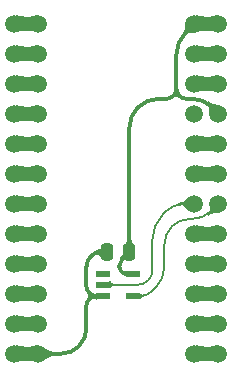
<source format=gbr>
%TF.GenerationSoftware,KiCad,Pcbnew,9.0.2*%
%TF.CreationDate,2025-06-27T08:02:56+02:00*%
%TF.ProjectId,ROM 2316 to 2716,524f4d20-3233-4313-9620-746f20323731,rev?*%
%TF.SameCoordinates,Original*%
%TF.FileFunction,Copper,L1,Top*%
%TF.FilePolarity,Positive*%
%FSLAX46Y46*%
G04 Gerber Fmt 4.6, Leading zero omitted, Abs format (unit mm)*
G04 Created by KiCad (PCBNEW 9.0.2) date 2025-06-27 08:02:56*
%MOMM*%
%LPD*%
G01*
G04 APERTURE LIST*
G04 Aperture macros list*
%AMRoundRect*
0 Rectangle with rounded corners*
0 $1 Rounding radius*
0 $2 $3 $4 $5 $6 $7 $8 $9 X,Y pos of 4 corners*
0 Add a 4 corners polygon primitive as box body*
4,1,4,$2,$3,$4,$5,$6,$7,$8,$9,$2,$3,0*
0 Add four circle primitives for the rounded corners*
1,1,$1+$1,$2,$3*
1,1,$1+$1,$4,$5*
1,1,$1+$1,$6,$7*
1,1,$1+$1,$8,$9*
0 Add four rect primitives between the rounded corners*
20,1,$1+$1,$2,$3,$4,$5,0*
20,1,$1+$1,$4,$5,$6,$7,0*
20,1,$1+$1,$6,$7,$8,$9,0*
20,1,$1+$1,$8,$9,$2,$3,0*%
G04 Aperture macros list end*
%TA.AperFunction,ComponentPad*%
%ADD10C,1.500000*%
%TD*%
%TA.AperFunction,SMDPad,CuDef*%
%ADD11R,1.250000X0.600000*%
%TD*%
%TA.AperFunction,SMDPad,CuDef*%
%ADD12RoundRect,0.250000X-0.250000X-0.475000X0.250000X-0.475000X0.250000X0.475000X-0.250000X0.475000X0*%
%TD*%
%TA.AperFunction,Conductor*%
%ADD13C,0.200000*%
%TD*%
%TA.AperFunction,Conductor*%
%ADD14C,0.350000*%
%TD*%
%TA.AperFunction,Conductor*%
%ADD15C,1.100000*%
%TD*%
G04 APERTURE END LIST*
D10*
%TO.P,J1,12,Pin_12*%
%TO.N,/D3*%
X96520000Y-91440000D03*
%TO.P,J1,11,Pin_11*%
%TO.N,/D4*%
X96520000Y-88900000D03*
%TO.P,J1,10,Pin_10*%
%TO.N,/D5*%
X96520000Y-86360000D03*
%TO.P,J1,9,Pin_9*%
%TO.N,/D6*%
X96520000Y-83820000D03*
%TO.P,J1,8,Pin_8*%
%TO.N,/D7*%
X96520000Y-81280000D03*
%TO.P,J1,7,Pin_7*%
%TO.N,/~{CS2}*%
X96520000Y-78740000D03*
%TO.P,J1,6,Pin_6*%
%TO.N,/A10*%
X96520000Y-76200000D03*
%TO.P,J1,5,Pin_5*%
%TO.N,/~{CS1}*%
X96520000Y-73660000D03*
%TO.P,J1,4,Pin_4*%
%TO.N,/~{CS3}*%
X96520000Y-71120000D03*
%TO.P,J1,3,Pin_3*%
%TO.N,/A9*%
X96520000Y-68580000D03*
%TO.P,J1,2,Pin_2*%
%TO.N,/A8*%
X96520000Y-66040000D03*
%TO.P,J1,1,Pin_1*%
%TO.N,/VCC*%
X96520000Y-63500000D03*
%TD*%
D11*
%TO.P,IC1,5,3V*%
%TO.N,/VCC*%
X91293000Y-84648000D03*
%TO.P,IC1,4,Y*%
%TO.N,Net-(IC1-Y)*%
X91293000Y-86548000D03*
%TO.P,IC1,3,GND*%
%TO.N,/GND*%
X88793000Y-86548000D03*
%TO.P,IC1,2,A*%
%TO.N,/~{CS2}*%
X88793000Y-85598000D03*
%TO.P,IC1,1,N.C.*%
%TO.N,unconnected-(IC1-N.C.-Pad1)*%
X88793000Y-84648000D03*
%TD*%
D10*
%TO.P,J3,12,Pin_12*%
%TO.N,/GND*%
X83312000Y-91440000D03*
%TO.P,J3,11,Pin_11*%
%TO.N,/D2*%
X83312000Y-88900000D03*
%TO.P,J3,10,Pin_10*%
%TO.N,/D1*%
X83312000Y-86360000D03*
%TO.P,J3,9,Pin_9*%
%TO.N,/D0*%
X83312000Y-83820000D03*
%TO.P,J3,8,Pin_8*%
%TO.N,/A0*%
X83312000Y-81280000D03*
%TO.P,J3,7,Pin_7*%
%TO.N,/A1*%
X83312000Y-78740000D03*
%TO.P,J3,6,Pin_6*%
%TO.N,/A2*%
X83312000Y-76200000D03*
%TO.P,J3,5,Pin_5*%
%TO.N,/A3*%
X83312000Y-73660000D03*
%TO.P,J3,4,Pin_4*%
%TO.N,/A4*%
X83312000Y-71120000D03*
%TO.P,J3,3,Pin_3*%
%TO.N,/A5*%
X83312000Y-68580000D03*
%TO.P,J3,2,Pin_2*%
%TO.N,/A6*%
X83312000Y-66040000D03*
%TO.P,J3,1,Pin_1*%
%TO.N,/A7*%
X83312000Y-63500000D03*
%TD*%
%TO.P,J2,12,Pin_12*%
%TO.N,/GND*%
X81280000Y-91440000D03*
%TO.P,J2,11,Pin_11*%
%TO.N,/D2*%
X81280000Y-88900000D03*
%TO.P,J2,10,Pin_10*%
%TO.N,/D1*%
X81280000Y-86360000D03*
%TO.P,J2,9,Pin_9*%
%TO.N,/D0*%
X81280000Y-83820000D03*
%TO.P,J2,8,Pin_8*%
%TO.N,/A0*%
X81280000Y-81280000D03*
%TO.P,J2,7,Pin_7*%
%TO.N,/A1*%
X81280000Y-78740000D03*
%TO.P,J2,6,Pin_6*%
%TO.N,/A2*%
X81280000Y-76200000D03*
%TO.P,J2,5,Pin_5*%
%TO.N,/A3*%
X81280000Y-73660000D03*
%TO.P,J2,4,Pin_4*%
%TO.N,/A4*%
X81280000Y-71120000D03*
%TO.P,J2,3,Pin_3*%
%TO.N,/A5*%
X81280000Y-68580000D03*
%TO.P,J2,2,Pin_2*%
%TO.N,/A6*%
X81280000Y-66040000D03*
%TO.P,J2,1,Pin_1*%
%TO.N,/A7*%
X81280000Y-63500000D03*
%TD*%
D12*
%TO.P,C1,2*%
%TO.N,/VCC*%
X91009000Y-82804000D03*
%TO.P,C1,1*%
%TO.N,/GND*%
X89109000Y-82804000D03*
%TD*%
D10*
%TO.P,J4,12,Pin_12*%
%TO.N,/D3*%
X98552000Y-91440000D03*
%TO.P,J4,11,Pin_11*%
%TO.N,/D4*%
X98552000Y-88900000D03*
%TO.P,J4,10,Pin_10*%
%TO.N,/D5*%
X98552000Y-86360000D03*
%TO.P,J4,9,Pin_9*%
%TO.N,/D6*%
X98552000Y-83820000D03*
%TO.P,J4,8,Pin_8*%
%TO.N,/D7*%
X98552000Y-81280000D03*
%TO.P,J4,7,Pin_7*%
%TO.N,Net-(IC1-Y)*%
X98552000Y-78740000D03*
%TO.P,J4,6,Pin_6*%
%TO.N,/A10*%
X98552000Y-76200000D03*
%TO.P,J4,5,Pin_5*%
%TO.N,/~{CS1}*%
X98552000Y-73660000D03*
%TO.P,J4,4,Pin_4*%
%TO.N,/VCC*%
X98552000Y-71120000D03*
%TO.P,J4,3,Pin_3*%
%TO.N,/A9*%
X98552000Y-68580000D03*
%TO.P,J4,2,Pin_2*%
%TO.N,/A8*%
X98552000Y-66040000D03*
%TO.P,J4,1,Pin_1*%
%TO.N,/VCC*%
X98552000Y-63500000D03*
%TD*%
D13*
%TO.N,/~{CS2}*%
X95631000Y-78740000D02*
G75*
G03*
X94113390Y-79368625I0J-2146200D01*
G01*
X92600575Y-85234575D02*
G75*
G02*
X91723189Y-85597996I-877375J877375D01*
G01*
X92964000Y-84357189D02*
G75*
G02*
X92600578Y-85234578I-1240800J-11D01*
G01*
X93853000Y-79629000D02*
G75*
G03*
X92964015Y-81775235I2146200J-2146200D01*
G01*
%TO.N,Net-(IC1-Y)*%
X92956517Y-86113482D02*
G75*
G02*
X91907500Y-86548009I-1049017J1048982D01*
G01*
X93980000Y-84059038D02*
G75*
G02*
X93250989Y-85818989I-2489000J38D01*
G01*
X94615000Y-80645000D02*
G75*
G03*
X93980011Y-82178025I1533000J-1533000D01*
G01*
X97917000Y-79375000D02*
G75*
G02*
X96383974Y-80009989I-1533000J1533000D01*
G01*
X96148025Y-80010000D02*
G75*
G03*
X94614992Y-80644992I-25J-2168000D01*
G01*
D14*
%TO.N,/GND*%
X87376000Y-85711005D02*
G75*
G03*
X87621152Y-86302848I837000J5D01*
G01*
X88623500Y-82804000D02*
G75*
G03*
X87794700Y-83147301I0J-1172100D01*
G01*
X87621150Y-86793150D02*
G75*
G03*
X87621150Y-86302850I-245150J245150D01*
G01*
X88212994Y-86548000D02*
G75*
G03*
X87621152Y-86793152I6J-837000D01*
G01*
X87621150Y-86302850D02*
G75*
G03*
X88212994Y-86548002I591850J591850D01*
G01*
X86741000Y-90805000D02*
G75*
G02*
X85207974Y-91439989I-1533000J1533000D01*
G01*
X87757000Y-83185000D02*
G75*
G03*
X87376006Y-84104815I919800J-919800D01*
G01*
X87621150Y-86793150D02*
G75*
G03*
X87375998Y-87384994I591850J-591850D01*
G01*
X87376000Y-89271974D02*
G75*
G02*
X86741008Y-90805008I-2168000J-26D01*
G01*
%TO.N,/VCC*%
X90170000Y-84101725D02*
G75*
G03*
X90330008Y-84487992I546300J25D01*
G01*
X94742000Y-69596000D02*
G75*
G02*
X94128789Y-69849996I-613200J613200D01*
G01*
X95758000Y-64262000D02*
G75*
G03*
X94996013Y-66101630I1839600J-1839600D01*
G01*
X90330000Y-84488000D02*
G75*
G03*
X90716274Y-84648011I386300J386300D01*
G01*
X94742000Y-69596000D02*
G75*
G03*
X94995996Y-68982789I-613200J613200D01*
G01*
X95250000Y-69596000D02*
G75*
G03*
X94742000Y-69596000I-254000J-253997D01*
G01*
X94996000Y-68982789D02*
G75*
G03*
X95249997Y-69596003I867200J-11D01*
G01*
X95250000Y-69596000D02*
G75*
G03*
X95863210Y-69849996I613200J613200D01*
G01*
X90412184Y-83400815D02*
G75*
G03*
X90170009Y-83985500I584716J-584685D01*
G01*
X97910617Y-70478617D02*
G75*
G03*
X96393000Y-69849989I-1517617J-1517583D01*
G01*
X91732499Y-70573499D02*
G75*
G03*
X91008992Y-72320183I1746701J-1746701D01*
G01*
X93472000Y-69850000D02*
G75*
G03*
X91737588Y-70568429I0J-2452800D01*
G01*
D15*
X96520000Y-63500000D02*
X98552000Y-63500000D01*
D14*
X90170000Y-84101725D02*
X90170000Y-83985500D01*
X95863210Y-69850000D02*
X96393000Y-69850000D01*
X91732499Y-70573499D02*
X91737579Y-70568420D01*
X91009000Y-82804000D02*
X90412184Y-83400815D01*
X97910617Y-70478617D02*
X98552000Y-71120000D01*
X94996000Y-66101630D02*
X94996000Y-68982789D01*
X91009000Y-82804000D02*
X91009000Y-72320183D01*
X90716274Y-84648000D02*
X91293000Y-84648000D01*
X95758000Y-64262000D02*
X96520000Y-63500000D01*
X94128789Y-69850000D02*
X93472000Y-69850000D01*
%TO.N,/GND*%
X88623500Y-82804000D02*
X89109000Y-82804000D01*
X87376000Y-85711005D02*
X87376000Y-84104815D01*
X83312000Y-91440000D02*
X85207974Y-91440000D01*
X87794699Y-83147300D02*
X87757000Y-83185000D01*
D15*
X83312000Y-91440000D02*
X81280000Y-91440000D01*
D14*
X87376000Y-87384994D02*
X87376000Y-89271974D01*
X88212994Y-86548000D02*
X88793000Y-86548000D01*
D13*
%TO.N,Net-(IC1-Y)*%
X93980000Y-84059038D02*
X93980000Y-82178025D01*
X92956517Y-86113482D02*
X93251000Y-85819000D01*
X91907500Y-86548000D02*
X91293000Y-86548000D01*
X96383974Y-80010000D02*
X96148025Y-80010000D01*
X97917000Y-79375000D02*
X98552000Y-78740000D01*
%TO.N,/~{CS2}*%
X95631000Y-78740000D02*
X96520000Y-78740000D01*
X91723189Y-85598000D02*
X88793000Y-85598000D01*
X92964000Y-84357189D02*
X92964000Y-81775235D01*
X94113382Y-79368617D02*
X93853000Y-79629000D01*
D15*
%TO.N,/A9*%
X98552000Y-68580000D02*
X96520000Y-68580000D01*
%TO.N,/A1*%
X83312000Y-78740000D02*
X81280000Y-78740000D01*
%TO.N,/A5*%
X83312000Y-68580000D02*
X81280000Y-68580000D01*
%TO.N,/A3*%
X83312000Y-73660000D02*
X81280000Y-73660000D01*
%TO.N,/A4*%
X83312000Y-71120000D02*
X81280000Y-71120000D01*
%TO.N,/D0*%
X81280000Y-83820000D02*
X83312000Y-83820000D01*
%TO.N,/~{CS1}*%
X96520000Y-73660000D02*
X98552000Y-73660000D01*
%TO.N,/D4*%
X96520001Y-88900000D02*
X98552001Y-88900000D01*
%TO.N,/D3*%
X96520000Y-91440000D02*
X98552000Y-91440000D01*
%TO.N,/A2*%
X83312000Y-76200000D02*
X81280000Y-76200000D01*
%TO.N,/A7*%
X81280000Y-63500000D02*
X83312000Y-63500000D01*
%TO.N,/D1*%
X83312000Y-86360000D02*
X81280000Y-86360000D01*
%TO.N,/D6*%
X98552000Y-83820000D02*
X96520000Y-83820000D01*
%TO.N,/A8*%
X96520001Y-66040000D02*
X98552001Y-66040000D01*
%TO.N,/A10*%
X98552000Y-76199999D02*
X96520000Y-76199999D01*
%TO.N,/A0*%
X81280000Y-81280000D02*
X83312000Y-81280000D01*
%TO.N,/D2*%
X83312000Y-88900000D02*
X81280000Y-88900000D01*
%TO.N,/D7*%
X98552000Y-81280000D02*
X96520000Y-81280000D01*
%TO.N,/D5*%
X98552000Y-86360000D02*
X96520000Y-86360000D01*
%TO.N,/A6*%
X81280000Y-66040000D02*
X83312000Y-66040000D01*
%TD*%
%TA.AperFunction,Conductor*%
%TO.N,Net-(IC1-Y)*%
G36*
X91919013Y-86260489D02*
G01*
X91920067Y-86264054D01*
X91923027Y-86287050D01*
X91940278Y-86325201D01*
X91940279Y-86325203D01*
X91967354Y-86355740D01*
X91967357Y-86355741D01*
X91967358Y-86355743D01*
X92018628Y-86387799D01*
X92077397Y-86407481D01*
X92077401Y-86407481D01*
X92077402Y-86407482D01*
X92103462Y-86411365D01*
X92144763Y-86417520D01*
X92189848Y-86417017D01*
X92198157Y-86420351D01*
X92201533Y-86426886D01*
X92229353Y-86602531D01*
X92227263Y-86611238D01*
X92219627Y-86615917D01*
X92219281Y-86615967D01*
X92218243Y-86616099D01*
X92216501Y-86616322D01*
X92216498Y-86616322D01*
X92216496Y-86616323D01*
X92087592Y-86650462D01*
X92087582Y-86650466D01*
X91990628Y-86702020D01*
X91990626Y-86702022D01*
X91936175Y-86760348D01*
X91936173Y-86760351D01*
X91921609Y-86813220D01*
X91916108Y-86820286D01*
X91907222Y-86821393D01*
X91905578Y-86820805D01*
X91315165Y-86558444D01*
X91308996Y-86551953D01*
X91309224Y-86543001D01*
X91314856Y-86537202D01*
X91903405Y-86254997D01*
X91912346Y-86254511D01*
X91919013Y-86260489D01*
G37*
%TD.AperFunction*%
%TD*%
%TA.AperFunction,Conductor*%
%TO.N,/GND*%
G36*
X88623828Y-82371003D02*
G01*
X89101265Y-82795871D01*
X89105167Y-82803931D01*
X89102330Y-82812273D01*
X88641872Y-83343704D01*
X88633864Y-83347712D01*
X88625367Y-83344885D01*
X88621491Y-83337982D01*
X88609514Y-83266642D01*
X88586694Y-83215660D01*
X88586692Y-83215657D01*
X88586691Y-83215655D01*
X88556006Y-83173254D01*
X88556005Y-83173253D01*
X88534754Y-83154156D01*
X88511110Y-83132906D01*
X88472888Y-83110548D01*
X88459901Y-83102951D01*
X88459899Y-83102950D01*
X88459897Y-83102949D01*
X88391352Y-83078591D01*
X88391349Y-83078590D01*
X88391348Y-83078590D01*
X88365376Y-83074123D01*
X88322431Y-83066737D01*
X88322428Y-83066737D01*
X88322425Y-83066736D01*
X88210792Y-83072392D01*
X88202356Y-83069388D01*
X88199775Y-83066019D01*
X88070485Y-82812273D01*
X88051022Y-82774076D01*
X88050321Y-82765150D01*
X88056136Y-82758340D01*
X88058655Y-82757403D01*
X88070025Y-82754611D01*
X88267172Y-82688017D01*
X88427673Y-82605796D01*
X88532806Y-82522177D01*
X88590361Y-82440511D01*
X88604636Y-82377170D01*
X88609798Y-82369853D01*
X88618622Y-82368329D01*
X88623828Y-82371003D01*
G37*
%TD.AperFunction*%
%TD*%
%TA.AperFunction,Conductor*%
%TO.N,/GND*%
G36*
X88179365Y-86300362D02*
G01*
X88769287Y-86537706D01*
X88775682Y-86543972D01*
X88775773Y-86552926D01*
X88769981Y-86559107D01*
X88182493Y-86841044D01*
X88173552Y-86841534D01*
X88166883Y-86835558D01*
X88165837Y-86832069D01*
X88162325Y-86806194D01*
X88162323Y-86806190D01*
X88146771Y-86778075D01*
X88146769Y-86778073D01*
X88146768Y-86778072D01*
X88123549Y-86761460D01*
X88123545Y-86761458D01*
X88094861Y-86754155D01*
X88094858Y-86754155D01*
X88029946Y-86758727D01*
X88029942Y-86758727D01*
X88029941Y-86758728D01*
X87969676Y-86774286D01*
X87969654Y-86774292D01*
X87969639Y-86774296D01*
X87955156Y-86778334D01*
X87946266Y-86777255D01*
X87941206Y-86771542D01*
X87816761Y-86471113D01*
X87816761Y-86462160D01*
X87823093Y-86455828D01*
X87825433Y-86455133D01*
X87883078Y-86444463D01*
X87989083Y-86424706D01*
X88095011Y-86389699D01*
X88149741Y-86348164D01*
X88163963Y-86307368D01*
X88169921Y-86300686D01*
X88178861Y-86300173D01*
X88179365Y-86300362D01*
G37*
%TD.AperFunction*%
%TD*%
%TA.AperFunction,Conductor*%
%TO.N,/GND*%
G36*
X88182692Y-86255050D02*
G01*
X88769981Y-86536892D01*
X88775957Y-86543561D01*
X88775467Y-86552502D01*
X88769286Y-86558294D01*
X88180883Y-86795027D01*
X88171929Y-86794936D01*
X88165662Y-86788540D01*
X88165078Y-86786635D01*
X88160505Y-86765387D01*
X88139759Y-86736731D01*
X88068945Y-86694861D01*
X87976444Y-86668502D01*
X87976437Y-86668500D01*
X87976431Y-86668499D01*
X87883079Y-86651539D01*
X87825440Y-86640869D01*
X87817929Y-86635993D01*
X87816065Y-86627234D01*
X87816759Y-86624892D01*
X87941204Y-86324458D01*
X87947535Y-86318128D01*
X87955155Y-86317667D01*
X87958992Y-86318736D01*
X87969673Y-86321715D01*
X88041463Y-86339361D01*
X88108806Y-86339452D01*
X88150216Y-86313756D01*
X88163277Y-86286623D01*
X88166021Y-86264176D01*
X88170426Y-86256384D01*
X88179054Y-86253986D01*
X88182692Y-86255050D01*
G37*
%TD.AperFunction*%
%TD*%
%TA.AperFunction,Conductor*%
%TO.N,/VCC*%
G36*
X90682783Y-84355098D02*
G01*
X90757312Y-84390882D01*
X91268843Y-84636486D01*
X91274818Y-84643155D01*
X91274326Y-84652096D01*
X91267793Y-84658022D01*
X90680498Y-84872531D01*
X90671551Y-84872150D01*
X90665494Y-84865555D01*
X90665071Y-84864116D01*
X90661101Y-84846519D01*
X90661099Y-84846515D01*
X90641918Y-84819976D01*
X90575791Y-84777220D01*
X90575789Y-84777219D01*
X90487783Y-84745266D01*
X90396157Y-84720578D01*
X90395998Y-84720534D01*
X90317162Y-84698095D01*
X90310143Y-84692534D01*
X90309112Y-84683639D01*
X90310233Y-84680992D01*
X90472510Y-84399928D01*
X90479614Y-84394478D01*
X90487311Y-84395051D01*
X90495131Y-84398454D01*
X90501101Y-84401053D01*
X90518227Y-84408178D01*
X90552474Y-84422428D01*
X90552476Y-84422428D01*
X90552480Y-84422430D01*
X90582559Y-84427593D01*
X90612636Y-84432756D01*
X90612636Y-84432755D01*
X90612639Y-84432756D01*
X90650411Y-84414316D01*
X90663301Y-84388262D01*
X90666099Y-84364286D01*
X90670460Y-84356469D01*
X90679075Y-84354024D01*
X90682783Y-84355098D01*
G37*
%TD.AperFunction*%
%TD*%
%TA.AperFunction,Conductor*%
%TO.N,/VCC*%
G36*
X96677806Y-62766883D02*
G01*
X97071258Y-62851554D01*
X97194619Y-62879227D01*
X97484154Y-62928929D01*
X97484153Y-62928929D01*
X97511622Y-62930921D01*
X97703904Y-62944866D01*
X97994088Y-62949804D01*
X98002302Y-62953371D01*
X98005589Y-62961502D01*
X98005589Y-64038509D01*
X98002162Y-64046782D01*
X97994100Y-64050207D01*
X97690931Y-64055685D01*
X97464354Y-64073366D01*
X97464343Y-64073368D01*
X97274863Y-64103969D01*
X97274801Y-64103981D01*
X97071289Y-64148439D01*
X97071253Y-64148447D01*
X96677920Y-64233092D01*
X96669112Y-64231483D01*
X96664021Y-64224115D01*
X96663987Y-64223952D01*
X96648865Y-64148447D01*
X96519460Y-63502296D01*
X96519460Y-63497702D01*
X96626846Y-62961502D01*
X96663987Y-62776045D01*
X96668972Y-62768608D01*
X96677757Y-62766873D01*
X96677806Y-62766883D01*
G37*
%TD.AperFunction*%
%TD*%
%TA.AperFunction,Conductor*%
%TO.N,/VCC*%
G36*
X98402887Y-62768516D02*
G01*
X98407978Y-62775883D01*
X98408012Y-62776047D01*
X98552539Y-63497702D01*
X98552539Y-63502298D01*
X98408012Y-64223952D01*
X98403027Y-64231391D01*
X98394242Y-64233126D01*
X98394079Y-64233092D01*
X98000793Y-64148457D01*
X98000693Y-64148435D01*
X97877391Y-64120774D01*
X97587847Y-64071070D01*
X97587849Y-64071070D01*
X97368090Y-64055133D01*
X97077912Y-64050195D01*
X97069698Y-64046628D01*
X97066411Y-64038497D01*
X97066411Y-62961490D01*
X97069838Y-62953217D01*
X97077899Y-62949792D01*
X97381079Y-62944314D01*
X97607636Y-62926634D01*
X97797163Y-62896026D01*
X98000706Y-62851561D01*
X98000743Y-62851568D01*
X98000740Y-62851554D01*
X98000741Y-62851554D01*
X98394080Y-62766907D01*
X98402887Y-62768516D01*
G37*
%TD.AperFunction*%
%TD*%
%TA.AperFunction,Conductor*%
%TO.N,/VCC*%
G36*
X90523380Y-82611081D02*
G01*
X91002023Y-82800170D01*
X91008458Y-82806397D01*
X91009424Y-82810989D01*
X91013205Y-83511718D01*
X91009823Y-83520009D01*
X91001568Y-83523481D01*
X90997218Y-83522667D01*
X90962185Y-83508870D01*
X90962177Y-83508867D01*
X90890622Y-83491189D01*
X90890624Y-83491189D01*
X90820899Y-83484994D01*
X90744388Y-83490120D01*
X90744380Y-83490121D01*
X90672318Y-83506194D01*
X90672310Y-83506196D01*
X90596397Y-83535371D01*
X90596393Y-83535373D01*
X90529404Y-83572865D01*
X90529399Y-83572868D01*
X90471900Y-83616331D01*
X90432711Y-83655953D01*
X90424457Y-83659425D01*
X90419916Y-83658534D01*
X90118008Y-83533483D01*
X90111676Y-83527151D01*
X90111676Y-83518197D01*
X90113248Y-83515492D01*
X90189569Y-83417381D01*
X90332057Y-83192852D01*
X90433844Y-82974834D01*
X90491499Y-82778185D01*
X90507441Y-82620782D01*
X90511684Y-82612898D01*
X90520260Y-82610323D01*
X90523380Y-82611081D01*
G37*
%TD.AperFunction*%
%TD*%
%TA.AperFunction,Conductor*%
%TO.N,/VCC*%
G36*
X97684342Y-70063420D02*
G01*
X97904621Y-70182932D01*
X98077035Y-70256366D01*
X98233330Y-70299306D01*
X98415261Y-70332770D01*
X98686638Y-70382280D01*
X98694162Y-70387136D01*
X98696048Y-70395890D01*
X98696016Y-70396058D01*
X98554384Y-71112813D01*
X98549418Y-71120265D01*
X98545178Y-71122022D01*
X97828677Y-71263889D01*
X97819896Y-71262134D01*
X97814928Y-71254684D01*
X97814804Y-71253932D01*
X97789898Y-71061911D01*
X97789807Y-71060740D01*
X97785022Y-70890462D01*
X97784365Y-70829997D01*
X97771852Y-70683347D01*
X97733982Y-70574745D01*
X97700524Y-70523492D01*
X97700523Y-70523490D01*
X97700519Y-70523485D01*
X97654729Y-70473129D01*
X97654727Y-70473127D01*
X97587163Y-70417483D01*
X97587159Y-70417480D01*
X97587154Y-70417476D01*
X97539894Y-70387136D01*
X97508721Y-70367123D01*
X97503611Y-70359769D01*
X97504910Y-70351427D01*
X97515682Y-70332770D01*
X97668633Y-70067853D01*
X97675735Y-70062404D01*
X97684342Y-70063420D01*
G37*
%TD.AperFunction*%
%TD*%
%TA.AperFunction,Conductor*%
%TO.N,/VCC*%
G36*
X91180757Y-81582427D02*
G01*
X91184182Y-81590513D01*
X91184405Y-81604542D01*
X91193265Y-81679746D01*
X91207376Y-81799527D01*
X91257042Y-81972424D01*
X91257044Y-81972430D01*
X91257046Y-81972436D01*
X91323334Y-82100279D01*
X91400974Y-82185221D01*
X91477333Y-82226498D01*
X91482980Y-82233445D01*
X91482061Y-82242353D01*
X91480721Y-82244321D01*
X91017953Y-82794358D01*
X91010004Y-82798483D01*
X91001468Y-82795779D01*
X91000047Y-82794358D01*
X90538561Y-82245846D01*
X90535857Y-82237310D01*
X90539982Y-82229361D01*
X90543274Y-82227410D01*
X90557915Y-82221726D01*
X90609392Y-82191086D01*
X90654533Y-82150510D01*
X90702905Y-82087904D01*
X90742475Y-82015629D01*
X90782898Y-81909586D01*
X90810443Y-81800432D01*
X90828555Y-81679746D01*
X90833402Y-81590069D01*
X90837270Y-81581992D01*
X90845085Y-81579000D01*
X91172484Y-81579000D01*
X91180757Y-81582427D01*
G37*
%TD.AperFunction*%
%TD*%
%TA.AperFunction,Conductor*%
%TO.N,/VCC*%
G36*
X95796510Y-63356073D02*
G01*
X96512934Y-63497699D01*
X96520386Y-63502665D01*
X96522143Y-63506906D01*
X96663858Y-64223159D01*
X96662102Y-64231940D01*
X96654651Y-64236908D01*
X96653732Y-64237052D01*
X96458865Y-64259717D01*
X96457376Y-64259794D01*
X96290683Y-64257836D01*
X96290683Y-64257837D01*
X96171969Y-64257084D01*
X96149717Y-64256943D01*
X96149716Y-64256943D01*
X96149711Y-64256943D01*
X96034998Y-64279436D01*
X95980288Y-64304285D01*
X95980282Y-64304289D01*
X95924518Y-64341243D01*
X95860759Y-64398360D01*
X95800236Y-64467261D01*
X95792202Y-64471215D01*
X95784151Y-64468686D01*
X95782364Y-64467261D01*
X95527860Y-64264301D01*
X95523530Y-64256465D01*
X95525597Y-64248409D01*
X95636225Y-64091729D01*
X95699838Y-63957005D01*
X95728567Y-63833086D01*
X95740907Y-63699808D01*
X95747511Y-63614058D01*
X95747587Y-63613359D01*
X95782676Y-63365910D01*
X95787230Y-63358202D01*
X95795903Y-63355971D01*
X95796510Y-63356073D01*
G37*
%TD.AperFunction*%
%TD*%
%TA.AperFunction,Conductor*%
%TO.N,/GND*%
G36*
X83738217Y-90823179D02*
G01*
X83738481Y-90823361D01*
X83989374Y-91001567D01*
X83989385Y-91001585D01*
X83989390Y-91001579D01*
X84147076Y-91113990D01*
X84297257Y-91194857D01*
X84380744Y-91223330D01*
X84441002Y-91236470D01*
X84476294Y-91244166D01*
X84476295Y-91244166D01*
X84476304Y-91244168D01*
X84619087Y-91259896D01*
X84786225Y-91264675D01*
X84794395Y-91268336D01*
X84797589Y-91276369D01*
X84797589Y-91603904D01*
X84794162Y-91612177D01*
X84786509Y-91615588D01*
X84516146Y-91629935D01*
X84409811Y-91649176D01*
X84409802Y-91649178D01*
X84318648Y-91676775D01*
X84318642Y-91676777D01*
X84318640Y-91676778D01*
X84236824Y-91713120D01*
X84236822Y-91713120D01*
X84236820Y-91713122D01*
X84158555Y-91758584D01*
X84158545Y-91758591D01*
X83989393Y-91878416D01*
X83989394Y-91878417D01*
X83738481Y-92056638D01*
X83729752Y-92058635D01*
X83722167Y-92053874D01*
X83722003Y-92053636D01*
X83315359Y-91446508D01*
X83313603Y-91437730D01*
X83315358Y-91433492D01*
X83721987Y-90826387D01*
X83729436Y-90821422D01*
X83738217Y-90823179D01*
G37*
%TD.AperFunction*%
%TD*%
%TA.AperFunction,Conductor*%
%TO.N,/GND*%
G36*
X81437806Y-90706883D02*
G01*
X81831258Y-90791554D01*
X81954619Y-90819227D01*
X82244154Y-90868929D01*
X82244153Y-90868929D01*
X82271622Y-90870921D01*
X82463904Y-90884866D01*
X82754088Y-90889804D01*
X82762302Y-90893371D01*
X82765589Y-90901502D01*
X82765589Y-91978509D01*
X82762162Y-91986782D01*
X82754100Y-91990207D01*
X82450931Y-91995685D01*
X82224354Y-92013366D01*
X82224343Y-92013368D01*
X82034863Y-92043969D01*
X82034801Y-92043981D01*
X81831289Y-92088439D01*
X81831253Y-92088447D01*
X81437920Y-92173092D01*
X81429112Y-92171483D01*
X81424021Y-92164115D01*
X81423987Y-92163952D01*
X81408865Y-92088447D01*
X81279460Y-91442296D01*
X81279460Y-91437702D01*
X81386846Y-90901502D01*
X81423987Y-90716045D01*
X81428972Y-90708608D01*
X81437757Y-90706873D01*
X81437806Y-90706883D01*
G37*
%TD.AperFunction*%
%TD*%
%TA.AperFunction,Conductor*%
%TO.N,/GND*%
G36*
X83162887Y-90708516D02*
G01*
X83167978Y-90715883D01*
X83168012Y-90716047D01*
X83312539Y-91437702D01*
X83312539Y-91442298D01*
X83168012Y-92163952D01*
X83163027Y-92171391D01*
X83154242Y-92173126D01*
X83154079Y-92173092D01*
X82760793Y-92088457D01*
X82760693Y-92088435D01*
X82637391Y-92060774D01*
X82347847Y-92011070D01*
X82347849Y-92011070D01*
X82128090Y-91995133D01*
X81837912Y-91990195D01*
X81829698Y-91986628D01*
X81826411Y-91978497D01*
X81826411Y-90901490D01*
X81829838Y-90893217D01*
X81837899Y-90889792D01*
X82141079Y-90884314D01*
X82367636Y-90866634D01*
X82557163Y-90836026D01*
X82760706Y-90791561D01*
X82760743Y-90791568D01*
X82760740Y-90791554D01*
X82760741Y-90791554D01*
X83154080Y-90706907D01*
X83162887Y-90708516D01*
G37*
%TD.AperFunction*%
%TD*%
%TA.AperFunction,Conductor*%
%TO.N,Net-(IC1-Y)*%
G36*
X97828842Y-78596143D02*
G01*
X98545179Y-78737979D01*
X98552628Y-78742946D01*
X98554384Y-78747187D01*
X98695964Y-79463676D01*
X98694206Y-79472456D01*
X98686754Y-79477422D01*
X98686325Y-79477498D01*
X98460415Y-79513463D01*
X98459643Y-79513560D01*
X98280077Y-79530002D01*
X98087873Y-79550784D01*
X98087864Y-79550785D01*
X98000492Y-79570424D01*
X98000487Y-79570425D01*
X97905336Y-79602012D01*
X97905328Y-79602015D01*
X97784588Y-79655413D01*
X97784575Y-79655419D01*
X97649561Y-79728129D01*
X97640652Y-79729035D01*
X97633881Y-79723678D01*
X97545092Y-79569890D01*
X97543924Y-79561012D01*
X97548817Y-79554251D01*
X97632651Y-79499374D01*
X97701640Y-79438629D01*
X97749910Y-79377103D01*
X97780842Y-79313829D01*
X97797820Y-79247835D01*
X97804224Y-79178152D01*
X97798844Y-79023842D01*
X97792691Y-78799518D01*
X97792764Y-78797874D01*
X97814952Y-78606273D01*
X97819307Y-78598451D01*
X97827920Y-78595999D01*
X97828842Y-78596143D01*
G37*
%TD.AperFunction*%
%TD*%
%TA.AperFunction,Conductor*%
%TO.N,/~{CS2}*%
G36*
X96109830Y-78126136D02*
G01*
X96110152Y-78126592D01*
X96516603Y-78733232D01*
X96518361Y-78742012D01*
X96516605Y-78746253D01*
X96110137Y-79353420D01*
X96102687Y-79358388D01*
X96093906Y-79356633D01*
X96093465Y-79356323D01*
X96004279Y-79290465D01*
X96003480Y-79289819D01*
X95920795Y-79216725D01*
X95920059Y-79216015D01*
X95876932Y-79170595D01*
X95786929Y-79075807D01*
X95786847Y-79075718D01*
X95727834Y-79011103D01*
X95727823Y-79011093D01*
X95727816Y-79011086D01*
X95625131Y-78918657D01*
X95625127Y-78918654D01*
X95524835Y-78868417D01*
X95524833Y-78868416D01*
X95466032Y-78855566D01*
X95466026Y-78855565D01*
X95466023Y-78855565D01*
X95399138Y-78852010D01*
X95399137Y-78852010D01*
X95399136Y-78852010D01*
X95314414Y-78859883D01*
X95314404Y-78859884D01*
X95226679Y-78878876D01*
X95217868Y-78877277D01*
X95212902Y-78870470D01*
X95166919Y-78698855D01*
X95168088Y-78689979D01*
X95174689Y-78684675D01*
X95382874Y-78618804D01*
X95537111Y-78547257D01*
X95655276Y-78468155D01*
X95765909Y-78376244D01*
X95857875Y-78298408D01*
X95858438Y-78297963D01*
X96093466Y-78123705D01*
X96102150Y-78121531D01*
X96109830Y-78126136D01*
G37*
%TD.AperFunction*%
%TD*%
%TA.AperFunction,Conductor*%
%TO.N,/~{CS2}*%
G36*
X89419033Y-85310479D02*
G01*
X89420084Y-85314025D01*
X89423048Y-85336807D01*
X89423049Y-85336813D01*
X89428758Y-85349574D01*
X89441262Y-85377523D01*
X89470153Y-85411530D01*
X89524689Y-85449401D01*
X89524693Y-85449403D01*
X89587411Y-85475564D01*
X89587416Y-85475566D01*
X89658663Y-85492696D01*
X89707342Y-85497047D01*
X89715277Y-85501197D01*
X89718000Y-85508701D01*
X89718000Y-85686756D01*
X89714573Y-85695029D01*
X89706766Y-85698447D01*
X89695331Y-85698902D01*
X89695329Y-85698902D01*
X89577908Y-85723623D01*
X89488384Y-85769372D01*
X89488383Y-85769373D01*
X89436134Y-85827042D01*
X89421531Y-85884182D01*
X89416162Y-85891349D01*
X89407298Y-85892621D01*
X89405139Y-85891836D01*
X88814016Y-85608551D01*
X88808036Y-85601885D01*
X88808521Y-85592944D01*
X88814016Y-85587449D01*
X88978337Y-85508701D01*
X89403426Y-85304983D01*
X89412367Y-85304499D01*
X89419033Y-85310479D01*
G37*
%TD.AperFunction*%
%TD*%
%TA.AperFunction,Conductor*%
%TO.N,/A9*%
G36*
X96677806Y-67846883D02*
G01*
X97071258Y-67931554D01*
X97194619Y-67959227D01*
X97484154Y-68008929D01*
X97484153Y-68008929D01*
X97511622Y-68010921D01*
X97703904Y-68024866D01*
X97994088Y-68029804D01*
X98002302Y-68033371D01*
X98005589Y-68041502D01*
X98005589Y-69118509D01*
X98002162Y-69126782D01*
X97994100Y-69130207D01*
X97690931Y-69135685D01*
X97464354Y-69153366D01*
X97464343Y-69153368D01*
X97274863Y-69183969D01*
X97274801Y-69183981D01*
X97071289Y-69228439D01*
X97071253Y-69228447D01*
X96677920Y-69313092D01*
X96669112Y-69311483D01*
X96664021Y-69304115D01*
X96663987Y-69303952D01*
X96648865Y-69228447D01*
X96519460Y-68582296D01*
X96519460Y-68577702D01*
X96626846Y-68041502D01*
X96663987Y-67856045D01*
X96668972Y-67848608D01*
X96677757Y-67846873D01*
X96677806Y-67846883D01*
G37*
%TD.AperFunction*%
%TD*%
%TA.AperFunction,Conductor*%
%TO.N,/A9*%
G36*
X98402887Y-67848516D02*
G01*
X98407978Y-67855883D01*
X98408012Y-67856047D01*
X98552539Y-68577702D01*
X98552539Y-68582298D01*
X98408012Y-69303952D01*
X98403027Y-69311391D01*
X98394242Y-69313126D01*
X98394079Y-69313092D01*
X98000793Y-69228457D01*
X98000693Y-69228435D01*
X97877391Y-69200774D01*
X97587847Y-69151070D01*
X97587849Y-69151070D01*
X97368090Y-69135133D01*
X97077912Y-69130195D01*
X97069698Y-69126628D01*
X97066411Y-69118497D01*
X97066411Y-68041490D01*
X97069838Y-68033217D01*
X97077899Y-68029792D01*
X97381079Y-68024314D01*
X97607636Y-68006634D01*
X97797163Y-67976026D01*
X98000706Y-67931561D01*
X98000743Y-67931568D01*
X98000740Y-67931554D01*
X98000741Y-67931554D01*
X98394080Y-67846907D01*
X98402887Y-67848516D01*
G37*
%TD.AperFunction*%
%TD*%
%TA.AperFunction,Conductor*%
%TO.N,/A1*%
G36*
X83162887Y-78008516D02*
G01*
X83167978Y-78015883D01*
X83168012Y-78016047D01*
X83312539Y-78737702D01*
X83312539Y-78742298D01*
X83168012Y-79463952D01*
X83163027Y-79471391D01*
X83154242Y-79473126D01*
X83154079Y-79473092D01*
X82760793Y-79388457D01*
X82760693Y-79388435D01*
X82637391Y-79360774D01*
X82347847Y-79311070D01*
X82347849Y-79311070D01*
X82128090Y-79295133D01*
X81837912Y-79290195D01*
X81829698Y-79286628D01*
X81826411Y-79278497D01*
X81826411Y-78201490D01*
X81829838Y-78193217D01*
X81837899Y-78189792D01*
X82141079Y-78184314D01*
X82367636Y-78166634D01*
X82557163Y-78136026D01*
X82760706Y-78091561D01*
X82760743Y-78091568D01*
X82760740Y-78091554D01*
X82760741Y-78091554D01*
X83154080Y-78006907D01*
X83162887Y-78008516D01*
G37*
%TD.AperFunction*%
%TD*%
%TA.AperFunction,Conductor*%
%TO.N,/A1*%
G36*
X81437806Y-78006883D02*
G01*
X81831258Y-78091554D01*
X81954619Y-78119227D01*
X82244154Y-78168929D01*
X82244153Y-78168929D01*
X82271622Y-78170921D01*
X82463904Y-78184866D01*
X82754088Y-78189804D01*
X82762302Y-78193371D01*
X82765589Y-78201502D01*
X82765589Y-79278509D01*
X82762162Y-79286782D01*
X82754100Y-79290207D01*
X82450931Y-79295685D01*
X82224354Y-79313366D01*
X82224343Y-79313368D01*
X82034863Y-79343969D01*
X82034801Y-79343981D01*
X81831289Y-79388439D01*
X81831253Y-79388447D01*
X81437920Y-79473092D01*
X81429112Y-79471483D01*
X81424021Y-79464115D01*
X81423987Y-79463952D01*
X81408865Y-79388447D01*
X81279460Y-78742296D01*
X81279460Y-78737702D01*
X81386846Y-78201502D01*
X81423987Y-78016045D01*
X81428972Y-78008608D01*
X81437757Y-78006873D01*
X81437806Y-78006883D01*
G37*
%TD.AperFunction*%
%TD*%
%TA.AperFunction,Conductor*%
%TO.N,/A5*%
G36*
X83162887Y-67848516D02*
G01*
X83167978Y-67855883D01*
X83168012Y-67856047D01*
X83312539Y-68577702D01*
X83312539Y-68582298D01*
X83168012Y-69303952D01*
X83163027Y-69311391D01*
X83154242Y-69313126D01*
X83154079Y-69313092D01*
X82760793Y-69228457D01*
X82760693Y-69228435D01*
X82637391Y-69200774D01*
X82347847Y-69151070D01*
X82347849Y-69151070D01*
X82128090Y-69135133D01*
X81837912Y-69130195D01*
X81829698Y-69126628D01*
X81826411Y-69118497D01*
X81826411Y-68041490D01*
X81829838Y-68033217D01*
X81837899Y-68029792D01*
X82141079Y-68024314D01*
X82367636Y-68006634D01*
X82557163Y-67976026D01*
X82760706Y-67931561D01*
X82760743Y-67931568D01*
X82760740Y-67931554D01*
X82760741Y-67931554D01*
X83154080Y-67846907D01*
X83162887Y-67848516D01*
G37*
%TD.AperFunction*%
%TD*%
%TA.AperFunction,Conductor*%
%TO.N,/A5*%
G36*
X81437806Y-67846883D02*
G01*
X81831258Y-67931554D01*
X81954619Y-67959227D01*
X82244154Y-68008929D01*
X82244153Y-68008929D01*
X82271622Y-68010921D01*
X82463904Y-68024866D01*
X82754088Y-68029804D01*
X82762302Y-68033371D01*
X82765589Y-68041502D01*
X82765589Y-69118509D01*
X82762162Y-69126782D01*
X82754100Y-69130207D01*
X82450931Y-69135685D01*
X82224354Y-69153366D01*
X82224343Y-69153368D01*
X82034863Y-69183969D01*
X82034801Y-69183981D01*
X81831289Y-69228439D01*
X81831253Y-69228447D01*
X81437920Y-69313092D01*
X81429112Y-69311483D01*
X81424021Y-69304115D01*
X81423987Y-69303952D01*
X81408865Y-69228447D01*
X81279460Y-68582296D01*
X81279460Y-68577702D01*
X81386846Y-68041502D01*
X81423987Y-67856045D01*
X81428972Y-67848608D01*
X81437757Y-67846873D01*
X81437806Y-67846883D01*
G37*
%TD.AperFunction*%
%TD*%
%TA.AperFunction,Conductor*%
%TO.N,/A3*%
G36*
X83162887Y-72928516D02*
G01*
X83167978Y-72935883D01*
X83168012Y-72936047D01*
X83312539Y-73657702D01*
X83312539Y-73662298D01*
X83168012Y-74383952D01*
X83163027Y-74391391D01*
X83154242Y-74393126D01*
X83154079Y-74393092D01*
X82760793Y-74308457D01*
X82760693Y-74308435D01*
X82637391Y-74280774D01*
X82347847Y-74231070D01*
X82347849Y-74231070D01*
X82128090Y-74215133D01*
X81837912Y-74210195D01*
X81829698Y-74206628D01*
X81826411Y-74198497D01*
X81826411Y-73121490D01*
X81829838Y-73113217D01*
X81837899Y-73109792D01*
X82141079Y-73104314D01*
X82367636Y-73086634D01*
X82557163Y-73056026D01*
X82760706Y-73011561D01*
X82760743Y-73011568D01*
X82760740Y-73011554D01*
X82760741Y-73011554D01*
X83154080Y-72926907D01*
X83162887Y-72928516D01*
G37*
%TD.AperFunction*%
%TD*%
%TA.AperFunction,Conductor*%
%TO.N,/A3*%
G36*
X81437806Y-72926883D02*
G01*
X81831258Y-73011554D01*
X81954619Y-73039227D01*
X82244154Y-73088929D01*
X82244153Y-73088929D01*
X82271622Y-73090921D01*
X82463904Y-73104866D01*
X82754088Y-73109804D01*
X82762302Y-73113371D01*
X82765589Y-73121502D01*
X82765589Y-74198509D01*
X82762162Y-74206782D01*
X82754100Y-74210207D01*
X82450931Y-74215685D01*
X82224354Y-74233366D01*
X82224343Y-74233368D01*
X82034863Y-74263969D01*
X82034801Y-74263981D01*
X81831289Y-74308439D01*
X81831253Y-74308447D01*
X81437920Y-74393092D01*
X81429112Y-74391483D01*
X81424021Y-74384115D01*
X81423987Y-74383952D01*
X81408865Y-74308447D01*
X81279460Y-73662296D01*
X81279460Y-73657702D01*
X81386846Y-73121502D01*
X81423987Y-72936045D01*
X81428972Y-72928608D01*
X81437757Y-72926873D01*
X81437806Y-72926883D01*
G37*
%TD.AperFunction*%
%TD*%
%TA.AperFunction,Conductor*%
%TO.N,/A4*%
G36*
X83162887Y-70388516D02*
G01*
X83167978Y-70395883D01*
X83168012Y-70396047D01*
X83312539Y-71117702D01*
X83312539Y-71122298D01*
X83168012Y-71843952D01*
X83163027Y-71851391D01*
X83154242Y-71853126D01*
X83154079Y-71853092D01*
X82760793Y-71768457D01*
X82760693Y-71768435D01*
X82637391Y-71740774D01*
X82347847Y-71691070D01*
X82347849Y-71691070D01*
X82128090Y-71675133D01*
X81837912Y-71670195D01*
X81829698Y-71666628D01*
X81826411Y-71658497D01*
X81826411Y-70581490D01*
X81829838Y-70573217D01*
X81837899Y-70569792D01*
X82141079Y-70564314D01*
X82367636Y-70546634D01*
X82557163Y-70516026D01*
X82760706Y-70471561D01*
X82760743Y-70471568D01*
X82760740Y-70471554D01*
X82760741Y-70471554D01*
X83154080Y-70386907D01*
X83162887Y-70388516D01*
G37*
%TD.AperFunction*%
%TD*%
%TA.AperFunction,Conductor*%
%TO.N,/A4*%
G36*
X81437806Y-70386883D02*
G01*
X81831258Y-70471554D01*
X81954619Y-70499227D01*
X82244154Y-70548929D01*
X82244153Y-70548929D01*
X82271622Y-70550921D01*
X82463904Y-70564866D01*
X82754088Y-70569804D01*
X82762302Y-70573371D01*
X82765589Y-70581502D01*
X82765589Y-71658509D01*
X82762162Y-71666782D01*
X82754100Y-71670207D01*
X82450931Y-71675685D01*
X82224354Y-71693366D01*
X82224343Y-71693368D01*
X82034863Y-71723969D01*
X82034801Y-71723981D01*
X81831289Y-71768439D01*
X81831253Y-71768447D01*
X81437920Y-71853092D01*
X81429112Y-71851483D01*
X81424021Y-71844115D01*
X81423987Y-71843952D01*
X81408865Y-71768447D01*
X81279460Y-71122296D01*
X81279460Y-71117702D01*
X81386846Y-70581502D01*
X81423987Y-70396045D01*
X81428972Y-70388608D01*
X81437757Y-70386873D01*
X81437806Y-70386883D01*
G37*
%TD.AperFunction*%
%TD*%
%TA.AperFunction,Conductor*%
%TO.N,/D0*%
G36*
X81437806Y-83086883D02*
G01*
X81831258Y-83171554D01*
X81954619Y-83199227D01*
X82244154Y-83248929D01*
X82244153Y-83248929D01*
X82271622Y-83250921D01*
X82463904Y-83264866D01*
X82754088Y-83269804D01*
X82762302Y-83273371D01*
X82765589Y-83281502D01*
X82765589Y-84358509D01*
X82762162Y-84366782D01*
X82754100Y-84370207D01*
X82450931Y-84375685D01*
X82224354Y-84393366D01*
X82224343Y-84393368D01*
X82034863Y-84423969D01*
X82034801Y-84423981D01*
X81831289Y-84468439D01*
X81831253Y-84468447D01*
X81437920Y-84553092D01*
X81429112Y-84551483D01*
X81424021Y-84544115D01*
X81423987Y-84543952D01*
X81408865Y-84468447D01*
X81279460Y-83822296D01*
X81279460Y-83817702D01*
X81386846Y-83281502D01*
X81423987Y-83096045D01*
X81428972Y-83088608D01*
X81437757Y-83086873D01*
X81437806Y-83086883D01*
G37*
%TD.AperFunction*%
%TD*%
%TA.AperFunction,Conductor*%
%TO.N,/D0*%
G36*
X83162887Y-83088516D02*
G01*
X83167978Y-83095883D01*
X83168012Y-83096047D01*
X83312539Y-83817702D01*
X83312539Y-83822298D01*
X83168012Y-84543952D01*
X83163027Y-84551391D01*
X83154242Y-84553126D01*
X83154079Y-84553092D01*
X82760793Y-84468457D01*
X82760693Y-84468435D01*
X82637391Y-84440774D01*
X82347847Y-84391070D01*
X82347849Y-84391070D01*
X82128090Y-84375133D01*
X81837912Y-84370195D01*
X81829698Y-84366628D01*
X81826411Y-84358497D01*
X81826411Y-83281490D01*
X81829838Y-83273217D01*
X81837899Y-83269792D01*
X82141079Y-83264314D01*
X82367636Y-83246634D01*
X82557163Y-83216026D01*
X82760706Y-83171561D01*
X82760743Y-83171568D01*
X82760740Y-83171554D01*
X82760741Y-83171554D01*
X83154080Y-83086907D01*
X83162887Y-83088516D01*
G37*
%TD.AperFunction*%
%TD*%
%TA.AperFunction,Conductor*%
%TO.N,/~{CS1}*%
G36*
X96677806Y-72926883D02*
G01*
X97071258Y-73011554D01*
X97194619Y-73039227D01*
X97484154Y-73088929D01*
X97484153Y-73088929D01*
X97511622Y-73090921D01*
X97703904Y-73104866D01*
X97994088Y-73109804D01*
X98002302Y-73113371D01*
X98005589Y-73121502D01*
X98005589Y-74198509D01*
X98002162Y-74206782D01*
X97994100Y-74210207D01*
X97690931Y-74215685D01*
X97464354Y-74233366D01*
X97464343Y-74233368D01*
X97274863Y-74263969D01*
X97274801Y-74263981D01*
X97071289Y-74308439D01*
X97071253Y-74308447D01*
X96677920Y-74393092D01*
X96669112Y-74391483D01*
X96664021Y-74384115D01*
X96663987Y-74383952D01*
X96648865Y-74308447D01*
X96519460Y-73662296D01*
X96519460Y-73657702D01*
X96626846Y-73121502D01*
X96663987Y-72936045D01*
X96668972Y-72928608D01*
X96677757Y-72926873D01*
X96677806Y-72926883D01*
G37*
%TD.AperFunction*%
%TD*%
%TA.AperFunction,Conductor*%
%TO.N,/~{CS1}*%
G36*
X98402887Y-72928516D02*
G01*
X98407978Y-72935883D01*
X98408012Y-72936047D01*
X98552539Y-73657702D01*
X98552539Y-73662298D01*
X98408012Y-74383952D01*
X98403027Y-74391391D01*
X98394242Y-74393126D01*
X98394079Y-74393092D01*
X98000793Y-74308457D01*
X98000693Y-74308435D01*
X97877391Y-74280774D01*
X97587847Y-74231070D01*
X97587849Y-74231070D01*
X97368090Y-74215133D01*
X97077912Y-74210195D01*
X97069698Y-74206628D01*
X97066411Y-74198497D01*
X97066411Y-73121490D01*
X97069838Y-73113217D01*
X97077899Y-73109792D01*
X97381079Y-73104314D01*
X97607636Y-73086634D01*
X97797163Y-73056026D01*
X98000706Y-73011561D01*
X98000743Y-73011568D01*
X98000740Y-73011554D01*
X98000741Y-73011554D01*
X98394080Y-72926907D01*
X98402887Y-72928516D01*
G37*
%TD.AperFunction*%
%TD*%
%TA.AperFunction,Conductor*%
%TO.N,/D4*%
G36*
X96677806Y-88166883D02*
G01*
X97071258Y-88251554D01*
X97194619Y-88279227D01*
X97484154Y-88328929D01*
X97484153Y-88328929D01*
X97511622Y-88330921D01*
X97703904Y-88344866D01*
X97994088Y-88349804D01*
X98002302Y-88353371D01*
X98005589Y-88361502D01*
X98005589Y-89438509D01*
X98002162Y-89446782D01*
X97994100Y-89450207D01*
X97690931Y-89455685D01*
X97464354Y-89473366D01*
X97464343Y-89473368D01*
X97274863Y-89503969D01*
X97274801Y-89503981D01*
X97071289Y-89548439D01*
X97071253Y-89548447D01*
X96677920Y-89633092D01*
X96669112Y-89631483D01*
X96664021Y-89624115D01*
X96663987Y-89623952D01*
X96648865Y-89548447D01*
X96519460Y-88902296D01*
X96519460Y-88897702D01*
X96626846Y-88361502D01*
X96663987Y-88176045D01*
X96668972Y-88168608D01*
X96677757Y-88166873D01*
X96677806Y-88166883D01*
G37*
%TD.AperFunction*%
%TD*%
%TA.AperFunction,Conductor*%
%TO.N,/D4*%
G36*
X98402887Y-88168516D02*
G01*
X98407978Y-88175883D01*
X98408012Y-88176047D01*
X98552539Y-88897702D01*
X98552539Y-88902298D01*
X98408012Y-89623952D01*
X98403027Y-89631391D01*
X98394242Y-89633126D01*
X98394079Y-89633092D01*
X98000793Y-89548457D01*
X98000693Y-89548435D01*
X97877391Y-89520774D01*
X97587847Y-89471070D01*
X97587849Y-89471070D01*
X97368090Y-89455133D01*
X97077912Y-89450195D01*
X97069698Y-89446628D01*
X97066411Y-89438497D01*
X97066411Y-88361490D01*
X97069838Y-88353217D01*
X97077899Y-88349792D01*
X97381079Y-88344314D01*
X97607636Y-88326634D01*
X97797163Y-88296026D01*
X98000706Y-88251561D01*
X98000743Y-88251568D01*
X98000740Y-88251554D01*
X98000741Y-88251554D01*
X98394080Y-88166907D01*
X98402887Y-88168516D01*
G37*
%TD.AperFunction*%
%TD*%
%TA.AperFunction,Conductor*%
%TO.N,/D3*%
G36*
X98402887Y-90708516D02*
G01*
X98407978Y-90715883D01*
X98408012Y-90716047D01*
X98552539Y-91437702D01*
X98552539Y-91442298D01*
X98408012Y-92163952D01*
X98403027Y-92171391D01*
X98394242Y-92173126D01*
X98394079Y-92173092D01*
X98000793Y-92088457D01*
X98000693Y-92088435D01*
X97877391Y-92060774D01*
X97587847Y-92011070D01*
X97587849Y-92011070D01*
X97368090Y-91995133D01*
X97077912Y-91990195D01*
X97069698Y-91986628D01*
X97066411Y-91978497D01*
X97066411Y-90901490D01*
X97069838Y-90893217D01*
X97077899Y-90889792D01*
X97381079Y-90884314D01*
X97607636Y-90866634D01*
X97797163Y-90836026D01*
X98000706Y-90791561D01*
X98000743Y-90791568D01*
X98000740Y-90791554D01*
X98000741Y-90791554D01*
X98394080Y-90706907D01*
X98402887Y-90708516D01*
G37*
%TD.AperFunction*%
%TD*%
%TA.AperFunction,Conductor*%
%TO.N,/D3*%
G36*
X96677806Y-90706883D02*
G01*
X97071258Y-90791554D01*
X97194619Y-90819227D01*
X97484154Y-90868929D01*
X97484153Y-90868929D01*
X97511622Y-90870921D01*
X97703904Y-90884866D01*
X97994088Y-90889804D01*
X98002302Y-90893371D01*
X98005589Y-90901502D01*
X98005589Y-91978509D01*
X98002162Y-91986782D01*
X97994100Y-91990207D01*
X97690931Y-91995685D01*
X97464354Y-92013366D01*
X97464343Y-92013368D01*
X97274863Y-92043969D01*
X97274801Y-92043981D01*
X97071289Y-92088439D01*
X97071253Y-92088447D01*
X96677920Y-92173092D01*
X96669112Y-92171483D01*
X96664021Y-92164115D01*
X96663987Y-92163952D01*
X96648865Y-92088447D01*
X96519460Y-91442296D01*
X96519460Y-91437702D01*
X96626846Y-90901502D01*
X96663987Y-90716045D01*
X96668972Y-90708608D01*
X96677757Y-90706873D01*
X96677806Y-90706883D01*
G37*
%TD.AperFunction*%
%TD*%
%TA.AperFunction,Conductor*%
%TO.N,/A2*%
G36*
X83162887Y-75468516D02*
G01*
X83167978Y-75475883D01*
X83168012Y-75476047D01*
X83312539Y-76197702D01*
X83312539Y-76202298D01*
X83168012Y-76923952D01*
X83163027Y-76931391D01*
X83154242Y-76933126D01*
X83154079Y-76933092D01*
X82760793Y-76848457D01*
X82760693Y-76848435D01*
X82637391Y-76820774D01*
X82347847Y-76771070D01*
X82347849Y-76771070D01*
X82128090Y-76755133D01*
X81837912Y-76750195D01*
X81829698Y-76746628D01*
X81826411Y-76738497D01*
X81826411Y-75661490D01*
X81829838Y-75653217D01*
X81837899Y-75649792D01*
X82141079Y-75644314D01*
X82367636Y-75626634D01*
X82557163Y-75596026D01*
X82760706Y-75551561D01*
X82760743Y-75551568D01*
X82760740Y-75551554D01*
X82760741Y-75551554D01*
X83154080Y-75466907D01*
X83162887Y-75468516D01*
G37*
%TD.AperFunction*%
%TD*%
%TA.AperFunction,Conductor*%
%TO.N,/A2*%
G36*
X81437806Y-75466883D02*
G01*
X81831258Y-75551554D01*
X81954619Y-75579227D01*
X82244154Y-75628929D01*
X82244153Y-75628929D01*
X82271622Y-75630921D01*
X82463904Y-75644866D01*
X82754088Y-75649804D01*
X82762302Y-75653371D01*
X82765589Y-75661502D01*
X82765589Y-76738509D01*
X82762162Y-76746782D01*
X82754100Y-76750207D01*
X82450931Y-76755685D01*
X82224354Y-76773366D01*
X82224343Y-76773368D01*
X82034863Y-76803969D01*
X82034801Y-76803981D01*
X81831289Y-76848439D01*
X81831253Y-76848447D01*
X81437920Y-76933092D01*
X81429112Y-76931483D01*
X81424021Y-76924115D01*
X81423987Y-76923952D01*
X81408865Y-76848447D01*
X81279460Y-76202296D01*
X81279460Y-76197702D01*
X81386846Y-75661502D01*
X81423987Y-75476045D01*
X81428972Y-75468608D01*
X81437757Y-75466873D01*
X81437806Y-75466883D01*
G37*
%TD.AperFunction*%
%TD*%
%TA.AperFunction,Conductor*%
%TO.N,/A7*%
G36*
X83162887Y-62768516D02*
G01*
X83167978Y-62775883D01*
X83168012Y-62776047D01*
X83312539Y-63497702D01*
X83312539Y-63502298D01*
X83168012Y-64223952D01*
X83163027Y-64231391D01*
X83154242Y-64233126D01*
X83154079Y-64233092D01*
X82760793Y-64148457D01*
X82760693Y-64148435D01*
X82637391Y-64120774D01*
X82347847Y-64071070D01*
X82347849Y-64071070D01*
X82128090Y-64055133D01*
X81837912Y-64050195D01*
X81829698Y-64046628D01*
X81826411Y-64038497D01*
X81826411Y-62961490D01*
X81829838Y-62953217D01*
X81837899Y-62949792D01*
X82141079Y-62944314D01*
X82367636Y-62926634D01*
X82557163Y-62896026D01*
X82760706Y-62851561D01*
X82760743Y-62851568D01*
X82760740Y-62851554D01*
X82760741Y-62851554D01*
X83154080Y-62766907D01*
X83162887Y-62768516D01*
G37*
%TD.AperFunction*%
%TD*%
%TA.AperFunction,Conductor*%
%TO.N,/A7*%
G36*
X81437806Y-62766883D02*
G01*
X81831258Y-62851554D01*
X81954619Y-62879227D01*
X82244154Y-62928929D01*
X82244153Y-62928929D01*
X82271622Y-62930921D01*
X82463904Y-62944866D01*
X82754088Y-62949804D01*
X82762302Y-62953371D01*
X82765589Y-62961502D01*
X82765589Y-64038509D01*
X82762162Y-64046782D01*
X82754100Y-64050207D01*
X82450931Y-64055685D01*
X82224354Y-64073366D01*
X82224343Y-64073368D01*
X82034863Y-64103969D01*
X82034801Y-64103981D01*
X81831289Y-64148439D01*
X81831253Y-64148447D01*
X81437920Y-64233092D01*
X81429112Y-64231483D01*
X81424021Y-64224115D01*
X81423987Y-64223952D01*
X81408865Y-64148447D01*
X81279460Y-63502296D01*
X81279460Y-63497702D01*
X81386846Y-62961502D01*
X81423987Y-62776045D01*
X81428972Y-62768608D01*
X81437757Y-62766873D01*
X81437806Y-62766883D01*
G37*
%TD.AperFunction*%
%TD*%
%TA.AperFunction,Conductor*%
%TO.N,/D1*%
G36*
X81437806Y-85626883D02*
G01*
X81831258Y-85711554D01*
X81954619Y-85739227D01*
X82244154Y-85788929D01*
X82244153Y-85788929D01*
X82271622Y-85790921D01*
X82463904Y-85804866D01*
X82754088Y-85809804D01*
X82762302Y-85813371D01*
X82765589Y-85821502D01*
X82765589Y-86898509D01*
X82762162Y-86906782D01*
X82754100Y-86910207D01*
X82450931Y-86915685D01*
X82224354Y-86933366D01*
X82224343Y-86933368D01*
X82034863Y-86963969D01*
X82034801Y-86963981D01*
X81831289Y-87008439D01*
X81831253Y-87008447D01*
X81437920Y-87093092D01*
X81429112Y-87091483D01*
X81424021Y-87084115D01*
X81423987Y-87083952D01*
X81408865Y-87008447D01*
X81279460Y-86362296D01*
X81279460Y-86357702D01*
X81386846Y-85821502D01*
X81423987Y-85636045D01*
X81428972Y-85628608D01*
X81437757Y-85626873D01*
X81437806Y-85626883D01*
G37*
%TD.AperFunction*%
%TD*%
%TA.AperFunction,Conductor*%
%TO.N,/D1*%
G36*
X83162887Y-85628516D02*
G01*
X83167978Y-85635883D01*
X83168012Y-85636047D01*
X83312539Y-86357702D01*
X83312539Y-86362298D01*
X83168012Y-87083952D01*
X83163027Y-87091391D01*
X83154242Y-87093126D01*
X83154079Y-87093092D01*
X82760793Y-87008457D01*
X82760693Y-87008435D01*
X82637391Y-86980774D01*
X82347847Y-86931070D01*
X82347849Y-86931070D01*
X82128090Y-86915133D01*
X81837912Y-86910195D01*
X81829698Y-86906628D01*
X81826411Y-86898497D01*
X81826411Y-85821490D01*
X81829838Y-85813217D01*
X81837899Y-85809792D01*
X82141079Y-85804314D01*
X82367636Y-85786634D01*
X82557163Y-85756026D01*
X82760706Y-85711561D01*
X82760743Y-85711568D01*
X82760740Y-85711554D01*
X82760741Y-85711554D01*
X83154080Y-85626907D01*
X83162887Y-85628516D01*
G37*
%TD.AperFunction*%
%TD*%
%TA.AperFunction,Conductor*%
%TO.N,/D6*%
G36*
X96677806Y-83086883D02*
G01*
X97071258Y-83171554D01*
X97194619Y-83199227D01*
X97484154Y-83248929D01*
X97484153Y-83248929D01*
X97511622Y-83250921D01*
X97703904Y-83264866D01*
X97994088Y-83269804D01*
X98002302Y-83273371D01*
X98005589Y-83281502D01*
X98005589Y-84358509D01*
X98002162Y-84366782D01*
X97994100Y-84370207D01*
X97690931Y-84375685D01*
X97464354Y-84393366D01*
X97464343Y-84393368D01*
X97274863Y-84423969D01*
X97274801Y-84423981D01*
X97071289Y-84468439D01*
X97071253Y-84468447D01*
X96677920Y-84553092D01*
X96669112Y-84551483D01*
X96664021Y-84544115D01*
X96663987Y-84543952D01*
X96648865Y-84468447D01*
X96519460Y-83822296D01*
X96519460Y-83817702D01*
X96626846Y-83281502D01*
X96663987Y-83096045D01*
X96668972Y-83088608D01*
X96677757Y-83086873D01*
X96677806Y-83086883D01*
G37*
%TD.AperFunction*%
%TD*%
%TA.AperFunction,Conductor*%
%TO.N,/D6*%
G36*
X98402887Y-83088516D02*
G01*
X98407978Y-83095883D01*
X98408012Y-83096047D01*
X98552539Y-83817702D01*
X98552539Y-83822298D01*
X98408012Y-84543952D01*
X98403027Y-84551391D01*
X98394242Y-84553126D01*
X98394079Y-84553092D01*
X98000793Y-84468457D01*
X98000693Y-84468435D01*
X97877391Y-84440774D01*
X97587847Y-84391070D01*
X97587849Y-84391070D01*
X97368090Y-84375133D01*
X97077912Y-84370195D01*
X97069698Y-84366628D01*
X97066411Y-84358497D01*
X97066411Y-83281490D01*
X97069838Y-83273217D01*
X97077899Y-83269792D01*
X97381079Y-83264314D01*
X97607636Y-83246634D01*
X97797163Y-83216026D01*
X98000706Y-83171561D01*
X98000743Y-83171568D01*
X98000740Y-83171554D01*
X98000741Y-83171554D01*
X98394080Y-83086907D01*
X98402887Y-83088516D01*
G37*
%TD.AperFunction*%
%TD*%
%TA.AperFunction,Conductor*%
%TO.N,/A8*%
G36*
X96677806Y-65306883D02*
G01*
X97071258Y-65391554D01*
X97194619Y-65419227D01*
X97484154Y-65468929D01*
X97484153Y-65468929D01*
X97511622Y-65470921D01*
X97703904Y-65484866D01*
X97994088Y-65489804D01*
X98002302Y-65493371D01*
X98005589Y-65501502D01*
X98005589Y-66578509D01*
X98002162Y-66586782D01*
X97994100Y-66590207D01*
X97690931Y-66595685D01*
X97464354Y-66613366D01*
X97464343Y-66613368D01*
X97274863Y-66643969D01*
X97274801Y-66643981D01*
X97071289Y-66688439D01*
X97071253Y-66688447D01*
X96677920Y-66773092D01*
X96669112Y-66771483D01*
X96664021Y-66764115D01*
X96663987Y-66763952D01*
X96648865Y-66688447D01*
X96519460Y-66042296D01*
X96519460Y-66037702D01*
X96626846Y-65501502D01*
X96663987Y-65316045D01*
X96668972Y-65308608D01*
X96677757Y-65306873D01*
X96677806Y-65306883D01*
G37*
%TD.AperFunction*%
%TD*%
%TA.AperFunction,Conductor*%
%TO.N,/A8*%
G36*
X98402887Y-65308516D02*
G01*
X98407978Y-65315883D01*
X98408012Y-65316047D01*
X98552539Y-66037702D01*
X98552539Y-66042298D01*
X98408012Y-66763952D01*
X98403027Y-66771391D01*
X98394242Y-66773126D01*
X98394079Y-66773092D01*
X98000793Y-66688457D01*
X98000693Y-66688435D01*
X97877391Y-66660774D01*
X97587847Y-66611070D01*
X97587849Y-66611070D01*
X97368090Y-66595133D01*
X97077912Y-66590195D01*
X97069698Y-66586628D01*
X97066411Y-66578497D01*
X97066411Y-65501490D01*
X97069838Y-65493217D01*
X97077899Y-65489792D01*
X97381079Y-65484314D01*
X97607636Y-65466634D01*
X97797163Y-65436026D01*
X98000706Y-65391561D01*
X98000743Y-65391568D01*
X98000740Y-65391554D01*
X98000741Y-65391554D01*
X98394080Y-65306907D01*
X98402887Y-65308516D01*
G37*
%TD.AperFunction*%
%TD*%
%TA.AperFunction,Conductor*%
%TO.N,/A10*%
G36*
X96677807Y-75466883D02*
G01*
X97071254Y-75551553D01*
X97175542Y-75574947D01*
X97194610Y-75579225D01*
X97194612Y-75579225D01*
X97194615Y-75579226D01*
X97325536Y-75601700D01*
X97484150Y-75628928D01*
X97511619Y-75630920D01*
X97703901Y-75644865D01*
X97994088Y-75649803D01*
X98002302Y-75653370D01*
X98005589Y-75661501D01*
X98005589Y-76738508D01*
X98002162Y-76746781D01*
X97994100Y-76750206D01*
X97690932Y-76755684D01*
X97464356Y-76773365D01*
X97464345Y-76773367D01*
X97274865Y-76803968D01*
X97274803Y-76803980D01*
X97071292Y-76848438D01*
X97071256Y-76848446D01*
X96677920Y-76933092D01*
X96669112Y-76931483D01*
X96664021Y-76924115D01*
X96663987Y-76923952D01*
X96648865Y-76848446D01*
X96519460Y-76202296D01*
X96519460Y-76197702D01*
X96626846Y-75661501D01*
X96663987Y-75476045D01*
X96668972Y-75468608D01*
X96677757Y-75466873D01*
X96677807Y-75466883D01*
G37*
%TD.AperFunction*%
%TD*%
%TA.AperFunction,Conductor*%
%TO.N,/A10*%
G36*
X98402887Y-75468516D02*
G01*
X98407978Y-75475883D01*
X98408012Y-75476047D01*
X98552539Y-76197702D01*
X98552539Y-76202298D01*
X98408012Y-76923952D01*
X98403027Y-76931391D01*
X98394242Y-76933126D01*
X98394079Y-76933092D01*
X98000790Y-76848456D01*
X98000690Y-76848434D01*
X97877386Y-76820773D01*
X97587843Y-76771069D01*
X97587845Y-76771069D01*
X97368088Y-76755132D01*
X97077912Y-76750194D01*
X97069698Y-76746627D01*
X97066411Y-76738496D01*
X97066411Y-75661489D01*
X97069838Y-75653216D01*
X97077899Y-75649791D01*
X97381080Y-75644313D01*
X97607637Y-75626633D01*
X97797165Y-75596025D01*
X98000710Y-75551560D01*
X98000747Y-75551567D01*
X98000744Y-75551553D01*
X98000745Y-75551553D01*
X98394080Y-75466907D01*
X98402887Y-75468516D01*
G37*
%TD.AperFunction*%
%TD*%
%TA.AperFunction,Conductor*%
%TO.N,/A0*%
G36*
X81437806Y-80546883D02*
G01*
X81831258Y-80631554D01*
X81954619Y-80659227D01*
X82244154Y-80708929D01*
X82244153Y-80708929D01*
X82271622Y-80710921D01*
X82463904Y-80724866D01*
X82754088Y-80729804D01*
X82762302Y-80733371D01*
X82765589Y-80741502D01*
X82765589Y-81818509D01*
X82762162Y-81826782D01*
X82754100Y-81830207D01*
X82450931Y-81835685D01*
X82224354Y-81853366D01*
X82224343Y-81853368D01*
X82034863Y-81883969D01*
X82034801Y-81883981D01*
X81831289Y-81928439D01*
X81831253Y-81928447D01*
X81437920Y-82013092D01*
X81429112Y-82011483D01*
X81424021Y-82004115D01*
X81423987Y-82003952D01*
X81408865Y-81928447D01*
X81279460Y-81282296D01*
X81279460Y-81277702D01*
X81386846Y-80741502D01*
X81423987Y-80556045D01*
X81428972Y-80548608D01*
X81437757Y-80546873D01*
X81437806Y-80546883D01*
G37*
%TD.AperFunction*%
%TD*%
%TA.AperFunction,Conductor*%
%TO.N,/A0*%
G36*
X83162887Y-80548516D02*
G01*
X83167978Y-80555883D01*
X83168012Y-80556047D01*
X83312539Y-81277702D01*
X83312539Y-81282298D01*
X83168012Y-82003952D01*
X83163027Y-82011391D01*
X83154242Y-82013126D01*
X83154079Y-82013092D01*
X82760793Y-81928457D01*
X82760693Y-81928435D01*
X82637391Y-81900774D01*
X82347847Y-81851070D01*
X82347849Y-81851070D01*
X82128090Y-81835133D01*
X81837912Y-81830195D01*
X81829698Y-81826628D01*
X81826411Y-81818497D01*
X81826411Y-80741490D01*
X81829838Y-80733217D01*
X81837899Y-80729792D01*
X82141079Y-80724314D01*
X82367636Y-80706634D01*
X82557163Y-80676026D01*
X82760706Y-80631561D01*
X82760743Y-80631568D01*
X82760740Y-80631554D01*
X82760741Y-80631554D01*
X83154080Y-80546907D01*
X83162887Y-80548516D01*
G37*
%TD.AperFunction*%
%TD*%
%TA.AperFunction,Conductor*%
%TO.N,/D2*%
G36*
X81437806Y-88166883D02*
G01*
X81831258Y-88251554D01*
X81954619Y-88279227D01*
X82244154Y-88328929D01*
X82244153Y-88328929D01*
X82271622Y-88330921D01*
X82463904Y-88344866D01*
X82754088Y-88349804D01*
X82762302Y-88353371D01*
X82765589Y-88361502D01*
X82765589Y-89438509D01*
X82762162Y-89446782D01*
X82754100Y-89450207D01*
X82450931Y-89455685D01*
X82224354Y-89473366D01*
X82224343Y-89473368D01*
X82034863Y-89503969D01*
X82034801Y-89503981D01*
X81831289Y-89548439D01*
X81831253Y-89548447D01*
X81437920Y-89633092D01*
X81429112Y-89631483D01*
X81424021Y-89624115D01*
X81423987Y-89623952D01*
X81408865Y-89548447D01*
X81279460Y-88902296D01*
X81279460Y-88897702D01*
X81386846Y-88361502D01*
X81423987Y-88176045D01*
X81428972Y-88168608D01*
X81437757Y-88166873D01*
X81437806Y-88166883D01*
G37*
%TD.AperFunction*%
%TD*%
%TA.AperFunction,Conductor*%
%TO.N,/D2*%
G36*
X83162887Y-88168516D02*
G01*
X83167978Y-88175883D01*
X83168012Y-88176047D01*
X83312539Y-88897702D01*
X83312539Y-88902298D01*
X83168012Y-89623952D01*
X83163027Y-89631391D01*
X83154242Y-89633126D01*
X83154079Y-89633092D01*
X82760793Y-89548457D01*
X82760693Y-89548435D01*
X82637391Y-89520774D01*
X82347847Y-89471070D01*
X82347849Y-89471070D01*
X82128090Y-89455133D01*
X81837912Y-89450195D01*
X81829698Y-89446628D01*
X81826411Y-89438497D01*
X81826411Y-88361490D01*
X81829838Y-88353217D01*
X81837899Y-88349792D01*
X82141079Y-88344314D01*
X82367636Y-88326634D01*
X82557163Y-88296026D01*
X82760706Y-88251561D01*
X82760743Y-88251568D01*
X82760740Y-88251554D01*
X82760741Y-88251554D01*
X83154080Y-88166907D01*
X83162887Y-88168516D01*
G37*
%TD.AperFunction*%
%TD*%
%TA.AperFunction,Conductor*%
%TO.N,/D7*%
G36*
X96677806Y-80546883D02*
G01*
X97071258Y-80631554D01*
X97194619Y-80659227D01*
X97484154Y-80708929D01*
X97484153Y-80708929D01*
X97511622Y-80710921D01*
X97703904Y-80724866D01*
X97994088Y-80729804D01*
X98002302Y-80733371D01*
X98005589Y-80741502D01*
X98005589Y-81818509D01*
X98002162Y-81826782D01*
X97994100Y-81830207D01*
X97690931Y-81835685D01*
X97464354Y-81853366D01*
X97464343Y-81853368D01*
X97274863Y-81883969D01*
X97274801Y-81883981D01*
X97071289Y-81928439D01*
X97071253Y-81928447D01*
X96677920Y-82013092D01*
X96669112Y-82011483D01*
X96664021Y-82004115D01*
X96663987Y-82003952D01*
X96648865Y-81928447D01*
X96519460Y-81282296D01*
X96519460Y-81277702D01*
X96626846Y-80741502D01*
X96663987Y-80556045D01*
X96668972Y-80548608D01*
X96677757Y-80546873D01*
X96677806Y-80546883D01*
G37*
%TD.AperFunction*%
%TD*%
%TA.AperFunction,Conductor*%
%TO.N,/D7*%
G36*
X98402887Y-80548516D02*
G01*
X98407978Y-80555883D01*
X98408012Y-80556047D01*
X98552539Y-81277702D01*
X98552539Y-81282298D01*
X98408012Y-82003952D01*
X98403027Y-82011391D01*
X98394242Y-82013126D01*
X98394079Y-82013092D01*
X98000793Y-81928457D01*
X98000693Y-81928435D01*
X97877391Y-81900774D01*
X97587847Y-81851070D01*
X97587849Y-81851070D01*
X97368090Y-81835133D01*
X97077912Y-81830195D01*
X97069698Y-81826628D01*
X97066411Y-81818497D01*
X97066411Y-80741490D01*
X97069838Y-80733217D01*
X97077899Y-80729792D01*
X97381079Y-80724314D01*
X97607636Y-80706634D01*
X97797163Y-80676026D01*
X98000706Y-80631561D01*
X98000743Y-80631568D01*
X98000740Y-80631554D01*
X98000741Y-80631554D01*
X98394080Y-80546907D01*
X98402887Y-80548516D01*
G37*
%TD.AperFunction*%
%TD*%
%TA.AperFunction,Conductor*%
%TO.N,/D5*%
G36*
X96677806Y-85626883D02*
G01*
X97071258Y-85711554D01*
X97194619Y-85739227D01*
X97484154Y-85788929D01*
X97484153Y-85788929D01*
X97511622Y-85790921D01*
X97703904Y-85804866D01*
X97994088Y-85809804D01*
X98002302Y-85813371D01*
X98005589Y-85821502D01*
X98005589Y-86898509D01*
X98002162Y-86906782D01*
X97994100Y-86910207D01*
X97690931Y-86915685D01*
X97464354Y-86933366D01*
X97464343Y-86933368D01*
X97274863Y-86963969D01*
X97274801Y-86963981D01*
X97071289Y-87008439D01*
X97071253Y-87008447D01*
X96677920Y-87093092D01*
X96669112Y-87091483D01*
X96664021Y-87084115D01*
X96663987Y-87083952D01*
X96648865Y-87008447D01*
X96519460Y-86362296D01*
X96519460Y-86357702D01*
X96626846Y-85821502D01*
X96663987Y-85636045D01*
X96668972Y-85628608D01*
X96677757Y-85626873D01*
X96677806Y-85626883D01*
G37*
%TD.AperFunction*%
%TD*%
%TA.AperFunction,Conductor*%
%TO.N,/D5*%
G36*
X98402887Y-85628516D02*
G01*
X98407978Y-85635883D01*
X98408012Y-85636047D01*
X98552539Y-86357702D01*
X98552539Y-86362298D01*
X98408012Y-87083952D01*
X98403027Y-87091391D01*
X98394242Y-87093126D01*
X98394079Y-87093092D01*
X98000793Y-87008457D01*
X98000693Y-87008435D01*
X97877391Y-86980774D01*
X97587847Y-86931070D01*
X97587849Y-86931070D01*
X97368090Y-86915133D01*
X97077912Y-86910195D01*
X97069698Y-86906628D01*
X97066411Y-86898497D01*
X97066411Y-85821490D01*
X97069838Y-85813217D01*
X97077899Y-85809792D01*
X97381079Y-85804314D01*
X97607636Y-85786634D01*
X97797163Y-85756026D01*
X98000706Y-85711561D01*
X98000743Y-85711568D01*
X98000740Y-85711554D01*
X98000741Y-85711554D01*
X98394080Y-85626907D01*
X98402887Y-85628516D01*
G37*
%TD.AperFunction*%
%TD*%
%TA.AperFunction,Conductor*%
%TO.N,/A6*%
G36*
X83162887Y-65308516D02*
G01*
X83167978Y-65315883D01*
X83168012Y-65316047D01*
X83312539Y-66037702D01*
X83312539Y-66042298D01*
X83168012Y-66763952D01*
X83163027Y-66771391D01*
X83154242Y-66773126D01*
X83154079Y-66773092D01*
X82760793Y-66688457D01*
X82760693Y-66688435D01*
X82637391Y-66660774D01*
X82347847Y-66611070D01*
X82347849Y-66611070D01*
X82128090Y-66595133D01*
X81837912Y-66590195D01*
X81829698Y-66586628D01*
X81826411Y-66578497D01*
X81826411Y-65501490D01*
X81829838Y-65493217D01*
X81837899Y-65489792D01*
X82141079Y-65484314D01*
X82367636Y-65466634D01*
X82557163Y-65436026D01*
X82760706Y-65391561D01*
X82760743Y-65391568D01*
X82760740Y-65391554D01*
X82760741Y-65391554D01*
X83154080Y-65306907D01*
X83162887Y-65308516D01*
G37*
%TD.AperFunction*%
%TD*%
%TA.AperFunction,Conductor*%
%TO.N,/A6*%
G36*
X81437806Y-65306883D02*
G01*
X81831258Y-65391554D01*
X81954619Y-65419227D01*
X82244154Y-65468929D01*
X82244153Y-65468929D01*
X82271622Y-65470921D01*
X82463904Y-65484866D01*
X82754088Y-65489804D01*
X82762302Y-65493371D01*
X82765589Y-65501502D01*
X82765589Y-66578509D01*
X82762162Y-66586782D01*
X82754100Y-66590207D01*
X82450931Y-66595685D01*
X82224354Y-66613366D01*
X82224343Y-66613368D01*
X82034863Y-66643969D01*
X82034801Y-66643981D01*
X81831289Y-66688439D01*
X81831253Y-66688447D01*
X81437920Y-66773092D01*
X81429112Y-66771483D01*
X81424021Y-66764115D01*
X81423987Y-66763952D01*
X81408865Y-66688447D01*
X81279460Y-66042296D01*
X81279460Y-66037702D01*
X81386846Y-65501502D01*
X81423987Y-65316045D01*
X81428972Y-65308608D01*
X81437757Y-65306873D01*
X81437806Y-65306883D01*
G37*
%TD.AperFunction*%
%TD*%
M02*

</source>
